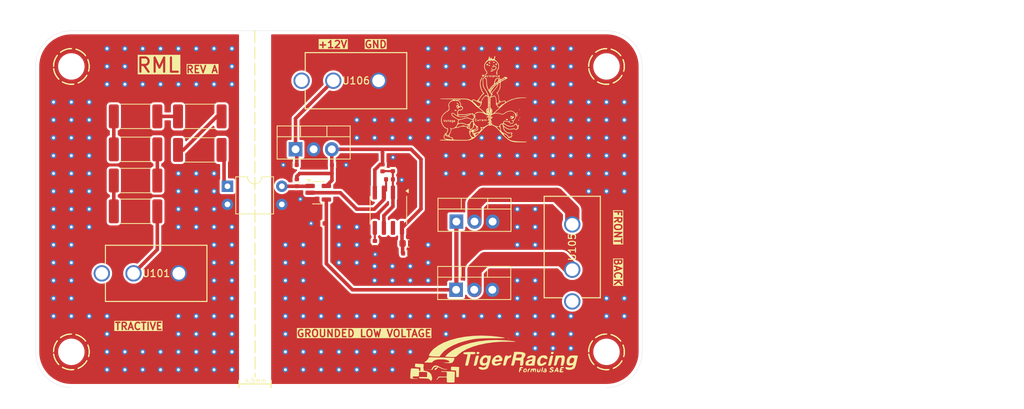
<source format=kicad_pcb>
(kicad_pcb (version 20241229) (generator "pcbnew") (generator_version "9.0")
  (layers (0 "F.Cu" signal) (4 "In1.Cu" signal) (6 "In2.Cu" signal) (2 "B.Cu" signal) (13 "F.Paste" user) (15 "B.Paste" user) (5 "F.SilkS" user "F.Silkscreen") (7 "B.SilkS" user "B.Silkscreen") (1 "F.Mask" user) (3 "B.Mask" user) (25 "Edge.Cuts" user))
  (net 0 "")
  (net 1 "Net-(U102-CV)")
  (net 2 "+12V")
  (net 3 "GND")
  (net 4 "+5V")
  (net 5 "Net-(Q101-D)")
  (net 6 "/THRESH")
  (net 7 "/DRIVE")
  (net 8 "352.8V")
  (net 9 "Net-(Q102-D)")
  (net 10 "Net-(R101-Pad1)")
  (net 11 "Net-(R102-Pad1)")
  (net 12 "Net-(R103-Pad1)")
  (net 13 "Net-(R104-Pad1)")
  (net 14 "CLOCK")
  (net 15 "12.5 mA")
  (net 16 "GNDPWR")
  (net 17 "Net-(R106-Pad1)")
  (net 18 "Net-(R109-Pad2)")
  (footprint "Package_TO_SOT_THT:TO-220-3_Vertical" (layer "F.Cu") (at 113.96 61.745)
    (property "Reference" "Q102" (hide yes))
    (property "Value" "Q_NMOS_GDS")
    (pad "1" thru_hole rect (at 0 0) (size 1.905 2) (drill 1.1) (layers "*.Cu" "*.Mask") (net 7 "/DRIVE"))
    (pad "2" thru_hole oval (at 2.54 0) (size 1.905 2) (drill 1.1) (layers "*.Cu" "*.Mask") (net 9 "Net-(Q102-D)"))
    (pad "3" thru_hole oval (at 5.08 0) (size 1.905 2) (drill 1.1) (layers "*.Cu" "*.Mask") (net 3 "GND"))
  )
  (footprint "MountingHole:MountingHole_3.2mm_M3" (layer "F.Cu") (at 60 80)
    (property "Reference" "H103" (hide yes))
    (property "Value" "MountingHole")
    (pad "" np_thru_hole circle (at 0 0) (size 3.2 3.2) (drill 3.2) (layers "*.Cu" "*.Mask"))
  )
  (footprint "Capacitor_SMD:C_0402_1005Metric" (layer "F.Cu") (at 106.980992 66.2)
    (property "Reference" "C102" (hide yes))
    (property "Value" "0.1u")
    (pad "1" smd roundrect (at -0.48 0) (size 0.56 0.62) (layers "F.Cu" "F.Mask" "F.Paste") (net 4 "+5V"))
    (pad "2" smd roundrect (at 0.48 0) (size 0.56 0.62) (layers "F.Cu" "F.Mask" "F.Paste") (net 3 "GND"))
  )
  (footprint "Resistor_SMD:R_2512_6332Metric_Pad1.40x3.35mm_HandSolder" (layer "F.Cu") (at 69 47 180)
    (property "Reference" "R104" (hide yes))
    (property "Value" "4.7k")
    (pad "1" smd roundrect (at -3.05 0 180) (size 1.4 3.35) (layers "F.Cu" "F.Mask" "F.Paste") (roundrect_rratio 0.178571) (net 13 "Net-(R104-Pad1)"))
    (pad "2" smd roundrect (at 3.05 0 180) (size 1.4 3.35) (layers "F.Cu" "F.Mask" "F.Paste") (roundrect_rratio 0.178571) (net 12 "Net-(R103-Pad1)"))
  )
  (footprint "Package_DIP:DIP-4_W7.62mm" (layer "F.Cu") (at 81.878 56.795)
    (property "Reference" "U103" (hide yes))
    (property "Value" "SFH617A-1")
    (pad "1" thru_hole rect (at 0 0) (size 1.6 1.6) (drill 0.8) (layers "*.Cu" "*.Mask") (net 15 "12.5 mA"))
    (pad "2" thru_hole oval (at 0 2.54) (size 1.6 1.6) (drill 0.8) (layers "*.Cu" "*.Mask") (net 16 "GNDPWR"))
    (pad "3" thru_hole oval (at 7.62 2.54) (size 1.6 1.6) (drill 0.8) (layers "*.Cu" "*.Mask") (net 3 "GND"))
    (pad "4" thru_hole oval (at 7.62 0) (size 1.6 1.6) (drill 0.8) (layers "*.Cu" "*.Mask") (net 18 "Net-(R109-Pad2)"))
  )
  (footprint "MountingHole:MountingHole_3.2mm_M3" (layer "F.Cu") (at 60 40)
    (property "Reference" "H104" (hide yes))
    (property "Value" "MountingHole")
    (pad "" np_thru_hole circle (at 0 0) (size 3.2 3.2) (drill 3.2) (layers "*.Cu" "*.Mask"))
  )
  (footprint "CONNECTOR:641964-1_TYC" (layer "F.Cu") (at 68.714 69)
    (property "Reference" "U101" (at 3.175 0 0) (layer "F.SilkS"))
    (property "Value" "641964-1")
    (pad "1" thru_hole circle (at 0 0) (size 2.286 2.286) (drill 1.778) (layers "*.Cu" "*.Mask") (net 8 "352.8V"))
    (pad "2" thru_hole circle (at 6.35 0) (size 2.286 2.286) (drill 1.778) (layers "*.Cu" "*.Mask") (net 16 "GNDPWR"))
    (pad "3" thru_hole circle (at -4.445 0) (size 2.286 2.286) (drill 1.778) (layers "*.Cu" "*.Mask"))
  )
  (footprint "LOGO" (layer "F.Cu") (at 119.2 81.1)
    (property "Reference" "G***" (hide yes))
    (property "Value" "LOGO" (hide yes))
  )
  (footprint "Capacitor_SMD:C_0402_1005Metric" (layer "F.Cu") (at 104.585 55.82586)
    (property "Reference" "R105" (hide yes))
    (property "Value" "15k")
    (pad "1" smd roundrect (at -0.48 0) (size 0.56 0.62) (layers "F.Cu" "F.Mask" "F.Paste") (net 14 "CLOCK"))
    (pad "2" smd roundrect (at 0.48 0) (size 0.56 0.62) (layers "F.Cu" "F.Mask" "F.Paste") (net 6 "/THRESH"))
  )
  (footprint "Capacitor_SMD:C_0402_1005Metric" (layer "F.Cu") (at 102.54 64.94086 -90)
    (property "Reference" "C103" (hide yes))
    (property "Value" "0.01u")
    (pad "1" smd roundrect (at -0.48 0 270) (size 0.56 0.62) (layers "F.Cu" "F.Mask" "F.Paste") (net 1 "Net-(U102-CV)"))
    (pad "2" smd roundrect (at 0.48 0 270) (size 0.56 0.62) (layers "F.Cu" "F.Mask" "F.Paste") (net 3 "GND"))
  )
  (footprint "LOGO" (layer "F.Cu") (at 111 82.5)
    (property "Reference" "G***" (hide yes))
    (property "Value" "LOGO" (hide yes))
  )
  (footprint "MountingHole:MountingHole_3.2mm_M3" (layer "F.Cu") (at 135 80)
    (property "Reference" "H101" (hide yes))
    (property "Value" "MountingHole")
    (pad "" np_thru_hole circle (at 0 0) (size 3.2 3.2) (drill 3.2) (layers "*.Cu" "*.Mask"))
  )
  (footprint "Resistor_SMD:R_2512_6332Metric_Pad1.40x3.35mm_HandSolder" (layer "F.Cu") (at 78 47 180)
    (property "Reference" "R106" (hide yes))
    (property "Value" "4.7k")
    (pad "1" smd roundrect (at -3.05 0 180) (size 1.4 3.35) (layers "F.Cu" "F.Mask" "F.Paste") (roundrect_rratio 0.178571) (net 17 "Net-(R106-Pad1)"))
    (pad "2" smd roundrect (at 3.05 0 180) (size 1.4 3.35) (layers "F.Cu" "F.Mask" "F.Paste") (roundrect_rratio 0.178571) (net 13 "Net-(R104-Pad1)"))
  )
  (footprint "LOGO" (layer "F.Cu") (at 117.5 44.5)
    (property "Reference" "G***" (hide yes))
    (property "Value" "LOGO" (hide yes))
  )
  (footprint "CONNECTOR:641964-1_TYC" (layer "F.Cu") (at 96.714 42)
    (property "Reference" "U106" (at 3.175 0 0) (layer "F.SilkS"))
    (property "Value" "641964-1")
    (pad "1" thru_hole circle (at 0 0) (size 2.286 2.286) (drill 1.778) (layers "*.Cu" "*.Mask") (net 2 "+12V"))
    (pad "2" thru_hole circle (at 6.35 0) (size 2.286 2.286) (drill 1.778) (layers "*.Cu" "*.Mask") (net 3 "GND"))
    (pad "3" thru_hole circle (at -4.445 0) (size 2.286 2.286) (drill 1.778) (layers "*.Cu" "*.Mask"))
  )
  (footprint "Capacitor_SMD:C_0402_1005Metric" (layer "F.Cu") (at 91.1 53.8 180)
    (property "Reference" "C105" (hide yes))
    (property "Value" "0.33u")
    (pad "1" smd roundrect (at -0.48 0 180) (size 0.56 0.62) (layers "F.Cu" "F.Mask" "F.Paste") (net 2 "+12V"))
    (pad "2" smd roundrect (at 0.48 0 180) (size 0.56 0.62) (layers "F.Cu" "F.Mask" "F.Paste") (net 3 "GND"))
  )
  (footprint "Resistor_SMD:R_2512_6332Metric_Pad1.40x3.35mm_HandSolder" (layer "F.Cu") (at 78 51.7 180)
    (property "Reference" "R108" (hide yes))
    (property "Value" "4.7k")
    (pad "1" smd roundrect (at -3.05 0 180) (size 1.4 3.35) (layers "F.Cu" "F.Mask" "F.Paste") (roundrect_rratio 0.178571) (net 15 "12.5 mA"))
    (pad "2" smd roundrect (at 3.05 0 180) (size 1.4 3.35) (layers "F.Cu" "F.Mask" "F.Paste") (roundrect_rratio 0.178571) (net 17 "Net-(R106-Pad1)"))
  )
  (footprint "Resistor_SMD:R_2512_6332Metric_Pad1.40x3.35mm_HandSolder" (layer "F.Cu") (at 69 55.988 180)
    (property "Reference" "R102" (hide yes))
    (property "Value" "4.7k")
    (pad "1" smd roundrect (at -3.05 0 180) (size 1.4 3.35) (layers "F.Cu" "F.Mask" "F.Paste") (roundrect_rratio 0.178571) (net 11 "Net-(R102-Pad1)"))
    (pad "2" smd roundrect (at 3.05 0 180) (size 1.4 3.35) (layers "F.Cu" "F.Mask" "F.Paste") (roundrect_rratio 0.178571) (net 10 "Net-(R101-Pad1)"))
  )
  (footprint "Capacitor_SMD:C_0402_1005Metric" (layer "F.Cu") (at 97 53.8)
    (property "Reference" "C106" (hide yes))
    (property "Value" "0.01u")
    (pad "1" smd roundrect (at -0.48 0) (size 0.56 0.62) (layers "F.Cu" "F.Mask" "F.Paste") (net 4 "+5V"))
    (pad "2" smd roundrect (at 0.48 0) (size 0.56 0.62) (layers "F.Cu" "F.Mask" "F.Paste") (net 3 "GND"))
  )
  (footprint "Capacitor_SMD:C_0603_1608Metric" (layer "F.Cu") (at 107.2 64.8)
    (property "Reference" "C101" (hide yes))
    (property "Value" "1u")
    (pad "1" smd roundrect (at -0.775 0) (size 0.9 0.95) (layers "F.Cu" "F.Mask" "F.Paste") (net 4 "+5V"))
    (pad "2" smd roundrect (at 0.775 0) (size 0.9 0.95) (layers "F.Cu" "F.Mask" "F.Paste") (net 3 "GND"))
  )
  (footprint "Capacitor_SMD:C_0402_1005Metric" (layer "F.Cu") (at 105.06 54.19586 -90)
    (property "Reference" "C104" (hide yes))
    (property "Value" "22u")
    (pad "1" smd roundrect (at -0.48 0 270) (size 0.56 0.62) (layers "F.Cu" "F.Mask" "F.Paste") (net 3 "GND"))
    (pad "2" smd roundrect (at 0.48 0 270) (size 0.56 0.62) (layers "F.Cu" "F.Mask" "F.Paste") (net 6 "/THRESH"))
  )
  (footprint "Capacitor_SMD:C_0402_1005Metric" (layer "F.Cu") (at 91.6 56.3 -90)
    (property "Reference" "R109" (hide yes))
    (property "Value" "10k")
    (pad "1" smd roundrect (at -0.48 0 270) (size 0.56 0.62) (layers "F.Cu" "F.Mask" "F.Paste") (net 4 "+5V"))
    (pad "2" smd roundrect (at 0.48 0 270) (size 0.56 0.62) (layers "F.Cu" "F.Mask" "F.Paste") (net 18 "Net-(R109-Pad2)"))
  )
  (footprint "Capacitor_SMD:C_0402_1005Metric" (layer "F.Cu") (at 103.61 54.22086 90)
    (property "Reference" "R107" (hide yes))
    (property "Value" "100k")
    (pad "1" smd roundrect (at -0.48 0 90) (size 0.56 0.62) (layers "F.Cu" "F.Mask" "F.Paste") (net 6 "/THRESH"))
    (pad "2" smd roundrect (at 0.48 0 90) (size 0.56 0.62) (layers "F.Cu" "F.Mask" "F.Paste") (net 4 "+5V"))
  )
  (footprint "Resistor_SMD:R_2512_6332Metric_Pad1.40x3.35mm_HandSolder" (layer "F.Cu") (at 69 51.621)
    (property "Reference" "R103" (hide yes))
    (property "Value" "4.7k")
    (pad "1" smd roundrect (at -3.05 0) (size 1.4 3.35) (layers "F.Cu" "F.Mask" "F.Paste") (roundrect_rratio 0.178571) (net 12 "Net-(R103-Pad1)"))
    (pad "2" smd roundrect (at 3.05 0) (size 1.4 3.35) (layers "F.Cu" "F.Mask" "F.Paste") (roundrect_rratio 0.178571) (net 11 "Net-(R102-Pad1)"))
  )
  (footprint "Capacitor_SMD:C_0402_1005Metric" (layer "F.Cu") (at 95 62)
    (property "Reference" "R110" (hide yes))
    (property "Value" "100k")
    (pad "1" smd roundrect (at -0.48 0) (size 0.56 0.62) (layers "F.Cu" "F.Mask" "F.Paste") (net 3 "GND"))
    (pad "2" smd roundrect (at 0.48 0) (size 0.56 0.62) (layers "F.Cu" "F.Mask" "F.Paste") (net 7 "/DRIVE"))
  )
  (footprint "Package_SO:SOIC-8_3.9x4.9mm_P1.27mm" (layer "F.Cu") (at 104.435 60.15086 -90)
    (property "Reference" "U102" (hide yes))
    (property "Value" "LM555xM")
    (pad "1" smd roundrect (at -2.475 -1.905 270) (size 1.95 0.6) (layers "F.Cu" "F.Mask" "F.Paste") (net 3 "GND"))
    (pad "2" smd roundrect (at -2.475 -0.635 270) (size 1.95 0.6) (layers "F.Cu" "F.Mask" "F.Paste") (net 6 "/THRESH"))
    (pad "3" smd roundrect (at -2.475 0.635 270) (size 1.95 0.6) (layers "F.Cu" "F.Mask" "F.Paste") (net 14 "CLOCK"))
    (pad "4" smd roundrect (at -2.475 1.905 270) (size 1.95 0.6) (layers "F.Cu" "F.Mask" "F.Paste") (net 4 "+5V"))
    (pad "5" smd roundrect (at 2.475 1.905 270) (size 1.95 0.6) (layers "F.Cu" "F.Mask" "F.Paste") (net 1 "Net-(U102-CV)"))
    (pad "6" smd roundrect (at 2.475 0.635 270) (size 1.95 0.6) (layers "F.Cu" "F.Mask" "F.Paste") (net 6 "/THRESH"))
    (pad "7" smd roundrect (at 2.475 -0.635 270) (size 1.95 0.6) (layers "F.Cu" "F.Mask" "F.Paste"))
    (pad "8" smd roundrect (at 2.475 -1.905 270) (size 1.95 0.6) (layers "F.Cu" "F.Mask" "F.Paste") (net 4 "+5V"))
  )
  (footprint "Resistor_SMD:R_2512_6332Metric_Pad1.40x3.35mm_HandSolder" (layer "F.Cu") (at 69 60.306)
    (property "Reference" "R101" (hide yes))
    (property "Value" "4.7k")
    (pad "1" smd roundrect (at -3.05 0) (size 1.4 3.35) (layers "F.Cu" "F.Mask" "F.Paste") (roundrect_rratio 0.178571) (net 10 "Net-(R101-Pad1)"))
    (pad "2" smd roundrect (at 3.05 0) (size 1.4 3.35) (layers "F.Cu" "F.Mask" "F.Paste") (roundrect_rratio 0.178571) (net 8 "352.8V"))
  )
  (footprint "Package_TO_SOT_THT:TO-220-3_Vertical" (layer "F.Cu") (at 91.42 51.611)
    (property "Reference" "U107" (hide yes))
    (property "Value" "LM7805_TO220")
    (pad "1" thru_hole rect (at 0 0) (size 1.905 2) (drill 1.1) (layers "*.Cu" "*.Mask") (net 2 "+12V"))
    (pad "2" thru_hole oval (at 2.54 0) (size 1.905 2) (drill 1.1) (layers "*.Cu" "*.Mask") (net 3 "GND"))
    (pad "3" thru_hole oval (at 5.08 0) (size 1.905 2) (drill 1.1) (layers "*.Cu" "*.Mask") (net 4 "+5V"))
  )
  (footprint "Package_TO_SOT_THT:TO-220-3_Vertical" (layer "F.Cu") (at 113.92 71.3)
    (property "Reference" "Q101" (hide yes))
    (property "Value" "Q_NMOS_GDS")
    (pad "1" thru_hole rect (at 0 0) (size 1.905 2) (drill 1.1) (layers "*.Cu" "*.Mask") (net 7 "/DRIVE"))
    (pad "2" thru_hole oval (at 2.54 0) (size 1.905 2) (drill 1.1) (layers "*.Cu" "*.Mask") (net 5 "Net-(Q101-D)"))
    (pad "3" thru_hole oval (at 5.08 0) (size 1.905 2) (drill 1.1) (layers "*.Cu" "*.Mask") (net 3 "GND"))
  )
  (footprint "MountingHole:MountingHole_3.2mm_M3" (layer "F.Cu") (at 135 40)
    (property "Reference" "H102" (hide yes))
    (property "Value" "MountingHole")
    (pad "" np_thru_hole circle (at 0 0) (size 3.2 3.2) (drill 3.2) (layers "*.Cu" "*.Mask"))
  )
  (footprint "CONNECTOR:641964-1_TYC" (layer "F.Cu") (at 130.2 68.486 90)
    (property "Reference" "U105" (at 3.175 0 90) (layer "F.SilkS"))
    (property "Value" "641964-1")
    (pad "1" thru_hole circle (at 0 0 90) (size 2.286 2.286) (drill 1.778) (layers "*.Cu" "*.Mask") (net 5 "Net-(Q101-D)"))
    (pad "2" thru_hole circle (at 6.35 0 90) (size 2.286 2.286) (drill 1.778) (layers "*.Cu" "*.Mask") (net 9 "Net-(Q102-D)"))
    (pad "3" thru_hole circle (at -4.445 0 90) (size 2.286 2.286) (drill 1.778) (layers "*.Cu" "*.Mask"))
  )
  (footprint "Package_TO_SOT_SMD:SOT-23-5" (layer "F.Cu") (at 94.6 57.7)
    (property "Reference" "U104" (hide yes))
    (property "Value" "74AHC1G02")
    (pad "1" smd roundrect (at -1.1375 -0.95) (size 1.325 0.6) (layers "F.Cu" "F.Mask" "F.Paste") (net 18 "Net-(R109-Pad2)"))
    (pad "2" smd roundrect (at -1.1375 0) (size 1.325 0.6) (layers "F.Cu" "F.Mask" "F.Paste") (net 14 "CLOCK"))
    (pad "3" smd roundrect (at -1.1375 0.95) (size 1.325 0.6) (layers "F.Cu" "F.Mask" "F.Paste") (net 3 "GND"))
    (pad "4" smd roundrect (at 1.1375 0.95) (size 1.325 0.6) (layers "F.Cu" "F.Mask" "F.Paste") (net 7 "/DRIVE"))
    (pad "5" smd roundrect (at 1.1375 -0.95) (size 1.325 0.6) (layers "F.Cu" "F.Mask" "F.Paste") (net 4 "+5V"))
  )
  (gr_line (start 85.7 35) (end 85.75 83.5) (stroke (width 0.1524) (type dash)) (layer "F.SilkS"))
  (gr_circle (center 60 40) (end 57.5 40) (stroke (width 0.1524) (type dash)) (fill no) (layer "F.SilkS"))
  (gr_circle (center 135 80) (end 132.5 80) (stroke (width 0.1524) (type dash)) (fill no) (layer "F.SilkS"))
  (gr_line (start 83.5 84.5) (end 88 84.5) (stroke (width 0.1524)) (layer "F.SilkS"))
  (gr_line (start 88 85) (end 88 84) (stroke (width 0.1524)) (layer "F.SilkS"))
  (gr_circle (center 60 80) (end 57.5 80) (stroke (width 0.1524) (type dash)) (fill no) (layer "F.SilkS"))
  (gr_line (start 88 84.5) (end 88 85) (stroke (width 0.1524)) (layer "F.SilkS"))
  (gr_line (start 83.5 84) (end 83.5 85) (stroke (width 0.1524)) (layer "F.SilkS"))
  (gr_line (start 83.5 84.5) (end 83.5 84) (stroke (width 0.1524)) (layer "F.SilkS"))
  (gr_circle (center 135 40) (end 132.5 40) (stroke (width 0.1524) (type dash)) (fill no) (layer "F.SilkS"))
  (gr_arc (start 140 80) (mid 138.535534 83.535534) (end 135 85) (stroke (width 0.0381)) (layer "Edge.Cuts"))
  (gr_arc (start 135 35) (mid 138.535534 36.464466) (end 140 40) (stroke (width 0.0381)) (layer "Edge.Cuts"))
  (gr_line (start 140 40) (end 140 80) (stroke (width 0.0381)) (layer "Edge.Cuts"))
  (gr_arc (start 60 85) (mid 56.464466 83.535534) (end 55 80) (stroke (width 0.0381)) (layer "Edge.Cuts"))
  (gr_line (start 55 80) (end 55 40) (stroke (width 0.0381)) (layer "Edge.Cuts"))
  (gr_arc (start 55 40) (mid 56.464466 36.464466) (end 60 35) (stroke (width 0.0381)) (layer "Edge.Cuts"))
  (gr_line (start 60 35) (end 135 35) (stroke (width 0.0381)) (layer "Edge.Cuts"))
  (gr_text "4.5mm" (at 85.825 84.025 0) (layer "F.SilkS") (effects (font (size 0.6 0.6) (thickness 0.075))))
  (gr_text "TRACTIVE" (at 66 77 0) (layer "F.SilkS" knockout) (effects (font (size 1 1) (thickness 0.2) (bold yes)) (justify left bottom)))
  (gr_text "GROUNDED LOW VOLTAGE" (at 91.5 78 0) (layer "F.SilkS" knockout) (effects (font (size 1 1) (thickness 0.2) (bold yes)) (justify left bottom)))
  (gr_text "REV A" (at 76 41 0) (layer "F.SilkS" knockout) (effects (font (size 1 1) (thickness 0.2) (bold yes)) (justify left bottom)))
  (gr_text "FRONT" (at 136 60 270) (layer "F.SilkS" knockout) (effects (font (size 1 1) (thickness 0.2) (bold yes)) (justify left bottom)))
  (gr_text "+12V" (at 94.5 37.5 0) (layer "F.SilkS" knockout) (effects (font (size 1 1) (thickness 0.2) (bold yes)) (justify left bottom)))
  (gr_text "RML" (at 69 41 0) (layer "F.SilkS" knockout) (effects (font (size 2 2) (thickness 0.3)) (justify left bottom)))
  (gr_text "BACK\n" (at 136 66.75 270) (layer "F.SilkS" knockout) (effects (font (size 1 1) (thickness 0.2) (bold yes)) (justify left bottom)))
  (gr_text "GND" (at 101 37.5 0) (layer "F.SilkS" knockout) (effects (font (size 1 1) (thickness 0.2) (bold yes)) (justify left bottom)))
  (segment (start 102.54 64.33586) (end 102.54 64.46086) (width 0.3) (layer "F.Cu") (net 1))
  (segment (start 102.53 64.32586) (end 102.54 64.33586) (width 0.3) (layer "F.Cu") (net 1))
  (segment (start 102.53 62.62586) (end 102.53 64.32586) (width 0.3) (layer "F.Cu") (net 1))
  (segment (start 91.42 51.611) (end 91.6 51.791) (width 0.5) (layer "F.Cu") (net 2))
  (segment (start 91.6 53.78) (end 91.58 53.8) (width 0.5) (layer "F.Cu") (net 2))
  (segment (start 91.42 47.294) (end 91.42 51.611) (width 0.5) (layer "F.Cu") (net 2))
  (segment (start 91.6 51.791) (end 91.6 53.78) (width 0.5) (layer "F.Cu") (net 2))
  (segment (start 96.714 42) (end 91.42 47.294) (width 0.5) (layer "F.Cu") (net 2))
  (segment (start 106.34 55.94) (end 106.3 55.9) (width 0.6) (layer "F.Cu") (net 3))
  (segment (start 102.54 66.30486) (end 102.576 66.34086) (width 0.5) (layer "F.Cu") (net 3))
  (segment (start 92.15 58.65) (end 92.1 58.6) (width 0.5) (layer "F.Cu") (net 3))
  (segment (start 105.06 52.75686) (end 105.076 52.74086) (width 0.5) (layer "F.Cu") (net 3))
  (via (at 112.5 52.5) (size 0.8) (drill 0.4) (layers "F.Cu" "B.Cu") (net 3))
  (via (at 127.5 79.5) (size 0.8) (drill 0.4) (layers "F.Cu" "B.Cu") (net 3))
  (via (at 112.5 55) (size 0.8) (drill 0.4) (layers "F.Cu" "B.Cu") (net 3))
  (via (at 92.5 75) (size 0.8) (drill 0.4) (layers "F.Cu" "B.Cu") (net 3))
  (via (at 112.5 77.5) (size 0.8) (drill 0.4) (layers "F.Cu" "B.Cu") (net 3))
  (via (at 107.5 75) (size 0.8) (drill 0.4) (layers "F.Cu" "B.Cu") (net 3))
  (via (at 125 45) (size 0.8) (drill 0.4) (layers "F.Cu" "B.Cu") (net 3))
  (via (at 100 67.5) (size 0.8) (drill 0.4) (layers "F.Cu" "B.Cu") (net 3))
  (via (at 107.5 68) (size 0.8) (drill 0.4) (layers "F.Cu" "B.Cu") (net 3))
  (via (at 130 77.5) (size 0.8) (drill 0.4) (layers "F.Cu" "B.Cu") (net 3))
  (via (at 122.5 65) (size 0.8) (drill 0.4) (layers "F.Cu" "B.Cu") (net 3))
  (via (at 115 55) (size 0.8) (drill 0.4) (layers "F.Cu" "B.Cu") (net 3))
  (via (at 110 47.5) (size 0.8) (drill 0.4) (layers "F.Cu" "B.Cu") (net 3))
  (via (at 125 65) (size 0.8) (drill 0.4) (layers "F.Cu" "B.Cu") (net 3))
  (via (at 112.5 75) (size 0.8) (drill 0.4) (layers "F.Cu" "B.Cu") (net 3))
  (via (at 97.5 82.5) (size 0.8) (drill 0.4) (layers "F.Cu" "B.Cu") (net 3))
  (via (at 110 75) (size 0.8) (drill 0.4) (layers "F.Cu" "B.Cu") (net 3))
  (via (at 125 72.5) (size 0.8) (drill 0.4) (layers "F.Cu" "B.Cu") (net 3))
  (via (at 127.5 77.5) (size 0.8) (drill 0.4) (layers "F.Cu" "B.Cu") (net 3))
  (via (at 122.5 40) (size 0.8) (drill 0.4) (layers "F.Cu" "B.Cu") (net 3))
  (via (at 100 50) (size 0.8) (drill 0.4) (layers "F.Cu" "B.Cu") (net 3))
  (via (at 127.5 55) (size 0.8) (drill 0.4) (layers "F.Cu" "B.Cu") (net 3))
  (via (at 95 75) (size 0.8) (drill 0.4) (layers "F.Cu" "B.Cu") (net 3))
  (via (at 125 55) (size 0.8) (drill 0.4) (layers "F.Cu" "B.Cu") (net 3))
  (via (at 137.5 57.5) (size 0.8) (drill 0.4) (layers "F.Cu" "B.Cu") (net 3))
  (via (at 127.5 42.5) (size 0.8) (drill 0.4) (layers "F.Cu" "B.Cu") (net 3))
  (via (at 97.5 67.5) (size 0.8) (drill 0.4) (layers "F.Cu" "B.Cu") (net 3))
  (via (at 110 50) (size 0.8) (drill 0.4) (layers "F.Cu" "B.Cu") (net 3))
  (via (at 137.5 72.5) (size 0.8) (drill 0.4) (layers "F.Cu" "B.Cu") (net 3))
  (via (at 105 80) (size 0.8) (drill 0.4) (layers "F.Cu" "B.Cu") (net 3))
  (via (at 92.1 58.6) (size 0.7) (drill 0.3) (layers "F.Cu" "B.Cu") (net 3))
  (via (at 125 60) (size 0.8) (drill 0.4) (layers "F.Cu" "B.Cu") (net 3))
  (via (at 90 67.5) (size 0.8) (drill 0.4) (layers "F.Cu" "B.Cu") (net 3))
  (via (at 125 40) (size 0.8) (drill 0.4) (layers "F.Cu" "B.Cu") (net 3))
  (via (at 110 65) (size 0.8) (drill 0.4) (layers "F.Cu" "B.Cu") (net 3))
  (via (at 92.5 82.5) (size 0.8) (drill 0.4) (layers "F.Cu" "B.Cu") (net 3))
  (via (at 130 45) (size 0.8) (drill 0.4) (layers "F.Cu" "B.Cu") (net 3))
  (via (at 135 57.5) (size 0.8) (drill 0.4) (layers "F.Cu" "B.Cu") (net 3))
  (via (at 90 80) (size 0.8) (drill 0.4) (layers "F.Cu" "B.Cu") (net 3))
  (via (at 130 37.5) (size 0.8) (drill 0.4) (layers "F.Cu" "B.Cu") (net 3))
  (via (at 100 80) (size 0.8) (drill 0.4) (layers "F.Cu" "B.Cu") (net 3))
  (via (at 125 70) (size 0.8) (drill 0.4) (layers "F.Cu" "B.Cu") (net 3))
  (via (at 120 55) (size 0.8) (drill 0.4) (layers "F.Cu" "B.Cu") (net 3))
  (via (at 122.5 37.5) (size 0.8) (drill 0.4) (layers "F.Cu" "B.Cu") (net 3))
  (via (at 97.5 62.5) (size 0.8) (drill 0.4) (layers "F.Cu" "B.Cu") (net 3))
  (via (at 130 47.5) (size 0.8) (drill 0.4) (layers "F.Cu" "B.Cu") (net 3))
  (via (at 110 40) (size 0.8) (drill 0.4) (layers "F.Cu" "B.Cu") (net 3))
  (via (at 127.5 50) (size 0.8) (drill 0.4) (layers "F.Cu" "B.Cu") (net 3))
  (via (at 120 75) (size 0.8) (drill 0.4) (layers "F.Cu" "B.Cu") (net 3))
  (via (at 127.5 37.5) (size 0.8) (drill 0.4) (layers "F.Cu" "B.Cu") (net 3))
  (via (at 102.5 82.5) (size 0.8) (drill 0.4) (layers "F.Cu" "B.Cu") (net 3))
  (via (at 122.5 55) (size 0.8) (drill 0.4) (layers "F.Cu" "B.Cu") (net 3))
  (via (at 102.5 50) (size 0.8) (drill 0.4) (layers "F.Cu" "B.Cu") (net 3))
  (via (at 130 79.5) (size 0.8) (drill 0.4) (layers "F.Cu" "B.Cu") (net 3))
  (via (at 127.5 47.5) (size 0.8) (drill 0.4) (layers "F.Cu" "B.Cu") (net 3))
  (via (at 117.5 50) (size 0.8) (drill 0.4) (layers "F.Cu" "B.Cu") (net 3))
  (via (at 90 77.5) (size 0.8) (drill 0.4) (layers "F.Cu" "B.Cu") (net 3))
  (via (at 102.5 68) (size 0.8) (drill 0.4) (layers "F.Cu" "B.Cu") (net 3))
  (via (at 92.5 72.5) (size 0.8) (drill 0.4) (layers "F.Cu" "B.Cu") (net 3))
  (via (at 102.5 75) (size 0.8) (drill 0.4) (layers "F.Cu" "B.Cu") (net 3))
  (via (at 137.5 50) (size 0.8) (drill 0.4) (layers "F.Cu" "B.Cu") (net 3))
  (via (at 100 62.5) (size 0.8) (drill 0.4) (layers "F.Cu" "B.Cu") (net 3))
  (via (at 110 45) (size 0.8) (drill 0.4) (layers "F.Cu" "B.Cu") (net 3))
  (via (at 125 77.5) (size 0.8) (drill 0.4) (layers "F.Cu" "B.Cu") (net 3))
  (via (at 122.5 52.5) (size 0.8) (drill 0.4) (layers "F.Cu" "B.Cu") (net 3))
  (via (at 92.5 80) (size 0.8) (drill 0.4) (layers "F.Cu" "B.Cu") (net 3))
  (via (at 102.5 47.5) (size 0.8) (drill 0.4) (layers "F.Cu" "B.Cu") (net 3))
  (via (at 125 47.5) (size 0.8) (drill 0.4) (layers "F.Cu" "B.Cu") (net 3))
  (via (at 137.5 47.5) (size 0.8) (drill 0.4) (layers "F.Cu" "B.Cu") (net 3))
  (via (at 115 75) (size 0.8) (drill 0.4) (layers "F.Cu" "B.Cu") (net 3))
  (via (at 110 67.5) (size 0.8) (drill 0.4) (layers "F.Cu" "B.Cu") (net 3))
  (via (at 102.5 70) (size 0.8) (drill 0.4) (layers "F.Cu" "B.Cu") (net 3))
  (via (at 132.5 50) (size 0.8) (drill 0.4) (layers "F.Cu" "B.Cu") (net 3))
  (via (at 137.5 75) (size 0.8) (drill 0.4) (layers "F.Cu" "B.Cu") (net 3))
  (via (at 132.5 55) (size 0.8) (drill 0.4) (layers "F.Cu" "B.Cu") (net 3))
  (via (at 122.5 60) (size 0.8) (drill 0.4) (layers "F.Cu" "B.Cu") (net 3))
  (via (at 135 45) (size 0.8) (drill 0.4) (layers "F.Cu" "B.Cu") (net 3))
  (via (at 125 62.5) (size 0.8) (drill 0.4) (layers "F.Cu" "B.Cu") (net 3))
  (via (at 130 50) (size 0.8) (drill 0.4) (layers "F.Cu" "B.Cu") (net 3))
  (via (at 125 37.5) (size 0.8) (drill 0.4) (layers "F.Cu" "B.Cu") (net 3))
  (via (at 122.5 75) (size 0.8) (drill 0.4) (layers "F.Cu" "B.Cu") (net 3))
  (via (at 105 75) (size 0.8) (drill 0.4) (layers "F.Cu" "B.Cu") (net 3))
  (via (at 102.5 80) (size 0.8) (drill 0.4) (layers "F.Cu" "B.Cu") (net 3))
  (via (at 127.5 52.5) (size 0.8) (drill 0.4) (layers "F.Cu" "B.Cu") (net 3))
  (via (at 92.5 65) (size 0.8) (drill 0.4) (layers "F.Cu" "B.Cu") (net 3))
  (via (at 132.5 47.5) (size 0.8) (drill 0.4) (layers "F.Cu" "B.Cu") (net 3))
  (via (at 135 47.5) (size 0.8) (drill 0.4) (layers "F.Cu" "B.Cu") (net 3))
  (via (at 92.5 70) (size 0.8) (drill 0.4) (layers "F.Cu" "B.Cu") (net 3))
  (via (at 97.5 75) (size 0.8) (drill 0.4) (layers "F.Cu" "B.Cu") (net 3))
  (via (at 130 75) (size 0.8) (drill 0.4) (layers "F.Cu" "B.Cu") (net 3))
  (via (at 122.5 62.5) (size 0.8) (drill 0.4) (layers "F.Cu" "B.Cu") (net 3))
  (via (at 117.5 55) (size 0.8) (drill 0.4) (layers "F.Cu" "B.Cu") (net 3))
  (via (at 112.5 37.5) (size 0.8) (drill 0.4) (layers "F.Cu" "B.Cu") (net 3))
  (via (at 105.076 52.74086) (size 0.7) (drill 0.3) (layers "F.Cu" "B.Cu") (net 3))
  (via (at 95 82.5) (size 0.8) (drill 0.4) (layers "F.Cu" "B.Cu") (net 3))
  (via (at 122.5 42.5) (size 0.8) (drill 0.4) (layers "F.Cu" "B.Cu") (net 3))
  (via (at 120 50) (size 0.8) (drill 0.4) (layers "F.Cu" "B.Cu") (net 3))
  (via (at 115 42.5) (size 0.8) (drill 0.4) (layers "F.Cu" "B.Cu") (net 3))
  (via (at 90 70) (size 0.8) (drill 0.4) (layers "F.Cu" "B.Cu") (net 3))
  (via (at 117.5 37.5) (size 0.8) (drill 0.4) (layers "F.Cu" "B.Cu") (net 3))
  (via (at 115 40) (size 0.8) (drill 0.4) (layers "F.Cu" "B.Cu") (net 3))
  (via (at 100 65) (size 0.8) (drill 0.4) (layers "F.Cu" "B.Cu") (net 3))
  (via (at 95 72.5) (size 0.8) (drill 0.4) (layers "F.Cu" "B.Cu") (net 3))
  (via (at 90 65) (size 0.8) (drill 0.4) (layers "F.Cu" "B.Cu") (net 3))
  (via (at 132.5 52.5) (size 0.8) (drill 0.4) (layers "F.Cu" "B.Cu") (net 3))
  (via (at 127.5 75) (size 0.8) (drill 0.4) (layers "F.Cu" "B.Cu") (net 3))
  (via (at 102.576 66.34086) (size 0.7) (drill 0.3) (layers "F.Cu" "B.Cu") (net 3))
  (via (at 122.5 77.5) (size 0.8) (drill 0.4) (layers "F.Cu" "B.Cu") (net 3))
  (via (at 130 52.5) (size 0.8) (drill 0.4) (layers "F.Cu" "B.Cu") (net 3))
  (via (at 130 55) (size 0.8) (drill 0.4) (layers "F.Cu" "B.Cu") (net 3))
  (via (at 97.5 80) (size 0.8) (drill 0.4) (layers "F.Cu" "B.Cu") (net 3))
  (via (at 106.3 55.9) (size 0.7) (drill 0.3) (layers "F.Cu" "B.Cu") (net 3))
  (via (at 100 47.5) (size 0.8) (drill 0.4) (layers "F.Cu" "B.Cu") (net 3))
  (via (at 107.5 70) (size 0.8) (drill 0.4) (layers "F.Cu" "B.Cu") (net 3))
  (via (at 137.5 45) (size 0.8) (drill 0.4) (layers "F.Cu" "B.Cu") (net 3))
  (via (at 105 50) (size 0.8) (drill 0.4) (layers "F.Cu" "B.Cu") (net 3))
  (via (at 98.5 53.8) (size 0.7) (drill 0.3) (layers "F.Cu" "B.Cu") (net 3))
  (via (at 135 50) (size 0.8) (drill 0.4) (layers "F.Cu" "B.Cu") (net 3))
  (via (at 105 47.5) (size 0.8) (drill 0.4) (layers "F.Cu" "B.Cu") (net 3))
  (via (at 95 80) (size 0.8) (drill 0.4) (layers "F.Cu" "B.Cu") (net 3))
  (via (at 107.5 50) (size 0.8) (drill 0.4) (layers "F.Cu" "B.Cu") (net 3))
  (via (at 110 70) (size 0.8) (drill 0.4) (layers "F.Cu" "B.Cu") (net 3))
  (via (at 135 52.5) (size 0.8) (drill 0.4) (layers "F.Cu" "B.Cu") (net 3))
  (via (at 125 50) (size 0.8) (drill 0.4) (layers "F.Cu" "B.Cu") (net 3))
  (via (at 107.5 80) (size 0.8) (drill 0.4) (layers "F.Cu" "B.Cu") (net 3))
  (via (at 100 82.5) (size 0.8) (drill 0.4) (layers "F.Cu" "B.Cu") (net 3))
  (via (at 135 72.5) (size 0.8) (drill 0.4) (layers "F.Cu" "B.Cu") (net 3))
  (via (at 117.5 75) (size 0.8) (drill 0.4) (layers "F.Cu" "B.Cu") (net 3))
  (via (at 117.5 52.5) (size 0.8) (drill 0.4) (layers "F.Cu" "B.Cu") (net 3))
  (via (at 125 79.5) (size 0.8) (drill 0.4) (layers "F.Cu" "B.Cu") (net 3))
  (via (at 122.5 70) (size 0.8) (drill 0.4) (layers "F.Cu" "B.Cu") (net 3))
  (via (at 115 37.5) (size 0.8) (drill 0.4) (layers "F.Cu" "B.Cu") (net 3))
  (via (at 137.5 55) (size 0.8) (drill 0.4) (layers "F.Cu" "B.Cu") (net 3))
  (via (at 120 37.5) (size 0.8) (drill 0.4) (layers "F.Cu" "B.Cu") (net 3))
  (via (at 97.5 65) (size 0.8) (drill 0.4) (layers "F.Cu" "B.Cu") (net 3))
  (via (at 89.7 53.8) (size 0.7) (drill 0.3) (layers "F.Cu" "B.Cu") (net 3))
  (via (at 120 52.5) (size 0.8) (drill 0.4) (layers "F.Cu" "B.Cu") (net 3))
  (via (at 105 70) (size 0.8) (drill 0.4) (layers "F.Cu" "B.Cu") (net 3))
  (via (at 112.5 42.5) (size 0.8) (drill 0.4) (layers "F.Cu" "B.Cu") (net 3))
  (via (at 125 75) (size 0.8) (drill 0.4) (layers "F.Cu" "B.Cu") (net 3))
  (via (at 110 37.5) (size 0.8) (drill 0.4) (layers "F.Cu" "B.Cu") (net 3))
  (via (at 115 52.5) (size 0.8) (drill 0.4) (layers "F.Cu" "B.Cu") (net 3))
  (via (at 110 42.5) (size 0.8) (drill 0.4) (layers "F.Cu" "B.Cu") (net 3))
  (via (at 112.5 40) (size 0.8) (drill 0.4) (layers "F.Cu" "B.Cu") (net 3))
  (via (at 135 75) (size 0.8) (drill 0.4) (layers "F.Cu" "B.Cu") (net 3))
  (via (at 105 82.5) (size 0.8) (drill 0.4) (layers "F.Cu" "B.Cu") (net 3))
  (via (at 130 42.5) (size 0.8) (drill 0.4) (layers "F.Cu" "B.Cu") (net 3))
  (via (at 90 75) (size 0.8) (drill 0.4) (layers "F.Cu" "B.Cu") (net 3))
  (via (at 105 68) (size 0.8) (drill 0.4) (layers "F.Cu" "B.Cu") (net 3))
  (via (at 107.5 47.5) (size 0.8) (drill 0.4) (layers "F.Cu" "B.Cu") (net 3))
  (via (at 122.5 72.5) (size 0.8) (drill 0.4) (layers "F.Cu" "B.Cu") (net 3))
  (via (at 90 82.5) (size 0.8) (drill 0.4) (layers "F.Cu" "B.Cu") (net 3))
  (via (at 135 55) (size 0.8) (drill 0.4) (layers "F.Cu" "B.Cu") (net 3))
  (via (at 93.6 62) (size 0.7) (drill 0.3) (layers "F.Cu" "B.Cu") (net 3))
  (via (at 137.5 52.5) (size 0.8) (drill 0.4) (layers "F.Cu" "B.Cu") (net 3))
  (via (at 92.5 67.5) (size 0.8) (drill 0.4) (layers "F.Cu" "B.Cu") (net 3))
  (via (at 132.5 45) (size 0.8) (drill 0.4) (layers "F.Cu" "B.Cu") (net 3))
  (via (at 127.5 45) (size 0.8) (drill 0.4) (layers "F.Cu" "B.Cu") (net 3))
  (via (at 127.5 40) (size 0.8) (drill 0.4) (layers "F.Cu" "B.Cu") (net 3))
  (via (at 130 40) (size 0.8) (drill 0.4) (layers "F.Cu" "B.Cu") (net 3))
  (via (at 90 72.5) (size 0.8) (drill 0.4) (layers "F.Cu" "B.Cu") (net 3))
  (via (at 125 52.5) (size 0.8) (drill 0.4) (layers "F.Cu" "B.Cu") (net 3))
  (via (at 100 75) (size 0.8) (drill 0.4) (layers "F.Cu" "B.Cu") (net 3))
  (via (at 125 42.5) (size 0.8) (drill 0.4) (layers "F.Cu" "B.Cu") (net 3))
  (via (at 132.5 57.5) (size 0.8) (drill 0.4) (layers "F.Cu" "B.Cu") (net 3))
  (segment (start 109 59.96586) (end 106.34 62.62586) (width 0.5) (layer "F.Cu") (net 4))
  (segment (start 106.34 64.715) (end 106.425 64.8) (width 0.5) (layer "F.Cu") (net 4))
  (segment (start 96.52 55) (end 96.52 55.9675) (width 0.5) (layer "F.Cu") (net 4))
  (segment (start 96.5 53.826) (end 96.56 53.886) (width 0.5) (layer "F.Cu") (net 4))
  (segment (start 103.6 51.611) (end 103.6 52.1) (width 0.5) (layer "F.Cu") (net 4))
  (segment (start 107.611 51.611) (end 103.6 51.611) (width 0.5) (layer "F.Cu") (net 4))
  (segment (start 103.6 52.1) (end 103.61 52.11) (width 0.5) (layer "F.Cu") (net 4))
  (segment (start 106.34 62.06676) (end 106.34 62.62586) (width 0.5) (layer "F.Cu") (net 4))
  (segment (start 109 53) (end 107.611 51.611) (width 0.5) (layer "F.Cu") (net 4))
  (segment (start 96.5 51.611) (end 96.5 53.826) (width 0.5) (layer "F.Cu") (net 4))
  (segment (start 106.34 62.62586) (end 106.34 64.715) (width 0.5) (layer "F.Cu") (net 4))
  (segment (start 103.6 51.611) (end 96.5 51.611) (width 0.5) (layer "F.Cu") (net 4))
  (segment (start 106.425 66.124008) (end 106.500992 66.2) (width 0.5) (layer "F.Cu") (net 4))
  (segment (start 102.53 54.48) (end 103.26914 53.74086) (width 0.5) (layer "F.Cu") (net 4))
  (segment (start 102.566 57.63986) (end 102.53 57.67586) (width 0.5) (layer "F.Cu") (net 4))
  (segment (start 102.53 57.67586) (end 102.53 54.48) (width 0.5) (layer "F.Cu") (net 4))
  (segment (start 91.6 55.4) (end 91.6 55.82) (width 0.5) (layer "F.Cu") (net 4))
  (segment (start 102.53 57.67586) (end 102.53 58.25676) (width 0.5) (layer "F.Cu") (net 4))
  (segment (start 96.52 53.8) (end 96.52 55) (width 0.5) (layer "F.Cu") (net 4))
  (segment (start 96.52 55.9675) (end 95.7375 56.75) (width 0.5) (layer "F.Cu") (net 4))
  (segment (start 96.52 55) (end 92 55) (width 0.5) (layer "F.Cu") (net 4))
  (segment (start 106.425 64.8) (end 106.425 66.124008) (width 0.5) (layer "F.Cu") (net 4))
  (segment (start 103.26914 53.74086) (end 103.61 53.74086) (width 0.5) (layer "F.Cu") (net 4))
  (segment (start 109 53) (end 109 59.96586) (width 0.5) (layer "F.Cu") (net 4))
  (segment (start 103.61 52.11) (end 103.61 53.74086) (width 0.5) (layer "F.Cu") (net 4))
  (segment (start 92 55) (end 91.6 55.4) (width 0.5) (layer "F.Cu") (net 4))
  (segment (start 91.58 55.8) (end 91.6 55.82) (width 0.5) (layer "F.Cu") (net 4))
  (segment (start 97.354548 51.611) (end 96.5 51.611) (width 0.5) (layer "B.Cu") (net 4))
  (segment (start 128.714 67) (end 130.2 68.486) (width 2) (layer "F.Cu") (net 5))
  (segment (start 118 67) (end 128.714 67) (width 2) (layer "F.Cu") (net 5))
  (segment (start 116.5 71.345) (end 116.5 68.5) (width 2) (layer "F.Cu") (net 5))
  (segment (start 116.5 68.5) (end 118 67) (width 2) (layer "F.Cu") (net 5))
  (segment (start 103.635 54.67586) (end 103.61 54.70086) (width 0.3) (layer "F.Cu") (net 6))
  (segment (start 103.8 60.9) (end 103.8 62.62586) (width 0.5) (layer "F.Cu") (net 6))
  (segment (start 105.07 59.63) (end 103.8 60.9) (width 0.5) (layer "F.Cu") (net 6))
  (segment (start 105.07 57.67586) (end 105.07 59.63) (width 0.5) (layer "F.Cu") (net 6))
  (segment (start 105.06 54.67586) (end 103.635 54.67586) (width 0.3) (layer "F.Cu") (net 6))
  (segment (start 105.06 54.67586) (end 105.06 57.66586) (width 0.3) (layer "F.Cu") (net 6))
  (segment (start 103.79 62.61586) (end 103.8 62.62586) (width 0.3) (layer "F.Cu") (net 6))
  (segment (start 105.06 57.66586) (end 105.07 57.67586) (width 0.3) (layer "F.Cu") (net 6))
  (segment (start 95.7375 67.6375) (end 95.7375 58.65) (width 0.5) (layer "F.Cu") (net 7))
  (segment (start 113.92 71.3) (end 99.4 71.3) (width 0.5) (layer "F.Cu") (net 7))
  (segment (start 99.4 71.3) (end 95.7375 67.6375) (width 0.5) (layer "F.Cu") (net 7))
  (segment (start 113.96 61.745) (end 113.96 71.345) (width 0.6) (layer "F.Cu") (net 7))
  (segment (start 72.05 60.306) (end 72.05 65.664) (width 0.5) (layer "F.Cu") (net 8))
  (segment (start 72.05 65.664) (end 68.714 69) (width 0.5) (layer "F.Cu") (net 8))
  (segment (start 116.5 59.255) (end 117.755 58) (width 2) (layer "F.Cu") (net 9))
  (segment (start 128 58) (end 130.2 60.2) (width 2) (layer "F.Cu") (net 9))
  (segment (start 130.2 60.2) (end 130.2 62.136) (width 2) (layer "F.Cu") (net 9))
  (segment (start 117.755 58) (end 128 58) (width 2) (layer "F.Cu") (net 9))
  (segment (start 116.5 61.745) (end 116.5 59.255) (width 2) (layer "F.Cu") (net 9))
  (segment (start 65.95 60.306) (end 65.95 55.988) (width 0.5) (layer "F.Cu") (net 10))
  (segment (start 72.05 55.988) (end 72.05 51.621) (width 0.5) (layer "F.Cu") (net 11))
  (segment (start 65.95 51.621) (end 65.95 47) (width 0.5) (layer "F.Cu") (net 12))
  (segment (start 72.05 47) (end 74.95 47) (width 0.5) (layer "F.Cu") (net 13))
  (segment (start 104.105 55.82586) (end 104.105 57.37086) (width 0.3) (layer "F.Cu") (net 14))
  (segment (start 100 60) (end 102.450859 60) (width 0.5) (layer "F.Cu") (net 14))
  (segment (start 93.4625 57.7) (end 97.7 57.7) (width 0.5) (layer "F.Cu") (net 14))
  (segment (start 97.7 57.7) (end 100 60) (width 0.5) (layer "F.Cu") (net 14))
  (segment (start 104.105 57.37086) (end 103.8 57.67586) (width 0.3) (layer "F.Cu") (net 14))
  (segment (start 102.450859 60) (end 103.8 58.650859) (width 0.5) (layer "F.Cu") (net 14))
  (segment (start 103.8 58.650859) (end 103.8 57.67586) (width 0.5) (layer "F.Cu") (net 14))
  (segment (start 81.4 52.05) (end 81.4 56.317) (width 0.5) (layer "F.Cu") (net 15))
  (segment (start 81.05 51.7) (end 81.4 52.05) (width 0.5) (layer "F.Cu") (net 15))
  (segment (start 81.4 56.317) (end 81.878 56.795) (width 0.5) (layer "F.Cu") (net 15))
  (via (at 57.5 45) (size 0.8) (drill 0.4) (layers "F.Cu" "B.Cu") (net 16))
  (via (at 57.5 75) (size 0.8) (drill 0.4) (layers "F.Cu" "B.Cu") (net 16))
  (via (at 80 55) (size 0.8) (drill 0.4) (layers "F.Cu" "B.Cu") (net 16))
  (via (at 62.5 52.5) (size 0.8) (drill 0.4) (layers "F.Cu" "B.Cu") (net 16))
  (via (at 80 65) (size 0.8) (drill 0.4) (layers "F.Cu" "B.Cu") (net 16))
  (via (at 75 60) (size 0.8) (drill 0.4) (layers "F.Cu" "B.Cu") (net 16))
  (via (at 82.5 42.5) (size 0.8) (drill 0.4) (layers "F.Cu" "B.Cu") (net 16))
  (via (at 57.5 47.5) (size 0.8) (drill 0.4) (layers "F.Cu" "B.Cu") (net 16))
  (via (at 77.5 57.5) (size 0.8) (drill 0.4) (layers "F.Cu" "B.Cu") (net 16))
  (via (at 60 75) (size 0.8) (drill 0.4) (layers "F.Cu" "B.Cu") (net 16))
  (via (at 57.5 62.5) (size 0.8) (drill 0.4) (layers "F.Cu" "B.Cu") (net 16))
  (via (at 80 82.5) (size 0.8) (drill 0.4) (layers "F.Cu" "B.Cu") (net 16))
  (via (at 65 82.5) (size 0.8) (drill 0.4) (layers "F.Cu" "B.Cu") (net 16))
  (via (at 80 67.5) (size 0.8) (drill 0.4) (layers "F.Cu" "B.Cu") (net 16))
  (via (at 62.5 60) (size 0.8) (drill 0.4) (layers "F.Cu" "B.Cu") (net 16))
  (via (at 77.506701 42.50382) (size 0.8) (drill 0.4) (layers "F.Cu" "B.Cu") (net 16))
  (via (at 67.5 37.5) (size 0.8) (drill 0.4) (layers "F.Cu" "B.Cu") (net 16))
  (via (at 60 62.5) (size 0.8) (drill 0.4) (layers "F.Cu" "B.Cu") (net 16))
  (via (at 57.5 65) (size 0.8) (drill 0.4) (layers "F.Cu" "B.Cu") (net 16))
  (via (at 82.5 80) (size 0.8) (drill 0.4) (layers "F.Cu" "B.Cu") (net 16))
  (via (at 75 62.5) (size 0.8) (drill 0.4) (layers "F.Cu" "B.Cu") (net 16))
  (via (at 60 47.5) (size 0.8) (drill 0.4) (layers "F.Cu" "B.Cu") (net 16))
  (via (at 57.5 72.5) (size 0.8) (drill 0.4) (layers "F.Cu" "B.Cu") (net 16))
  (via (at 65 77.5) (size 0.8) (drill 0.4) (layers "F.Cu" "B.Cu") (net 16))
  (via (at 80 70) (size 0.8) (drill 0.4) (layers "F.Cu" "B.Cu") (net 16))
  (via (at 82.5 77.5) (size 0.8) (drill 0.4) (layers "F.Cu" "B.Cu") (net 16))
  (via (at 60 60) (size 0.8) (drill 0.4) (layers "F.Cu" "B.Cu") (net 16))
  (via (at 67.5 80) (size 0.8) (drill 0.4) (layers "F.Cu" "B.Cu") (net 16))
  (via (at 75 55) (size 0.8) (drill 0.4) (layers "F.Cu" "B.Cu") (net 16))
  (via (at 57.5 57.5) (size 0.8) (drill 0.4) (layers "F.Cu" "B.Cu") (net 16))
  (via (at 62.5 57.5) (size 0.8) (drill 0.4) (layers "F.Cu" "B.Cu") (net 16))
  (via (at 80 80) (size 0.8) (drill 0.4) (layers "F.Cu" "B.Cu") (net 16))
  (via (at 60 70) (size 0.8) (drill 0.4) (layers "F.Cu" "B.Cu") (net 16))
  (via (at 75.006701 42.50382) (size 0.8) (drill 0.4) (layers "F.Cu" "B.Cu") (net 16))
  (via (at 70 82.5) (size 0.8) (drill 0.4) (layers "F.Cu" "B.Cu") (net 16))
  (via (at 67.5 40) (size 0.8) (drill 0.4) (layers "F.Cu" "B.Cu") (net 16))
  (via (at 62.5 62.5) (size 0.8) (drill 0.4) (layers "F.Cu" "B.Cu") (net 16))
  (via (at 75 57.5) (size 0.8) (drill 0.4) (layers "F.Cu" "B.Cu") (net 16))
  (via (at 82.5 37.5) (size 0.8) (drill 0.4) (layers "F.Cu" "B.Cu") (net 16))
  (via (at 80 75) (size 0.8) (drill 0.4) (layers "F.Cu" "B.Cu") (net 16))
  (via (at 79.993299 37.49618) (size 0.8) (drill 0.4) (layers "F.Cu" "B.Cu") (net 16))
  (via (at 80 60) (size 0.8) (drill 0.4) (layers "F.Cu" "B.Cu") (net 16))
  (via (at 72.5 37.5) (size 0.8) (drill 0.4) (layers "F.Cu" "B.Cu") (net 16))
  (via (at 72.5 42.5) (size 0.8) (drill 0.4) (layers "F.Cu" "B.Cu") (net 16))
  (via (at 72.5 80) (size 0.8) (drill 0.4) (layers "F.Cu" "B.Cu") (net 16))
  (via (at 77.5 60) (size 0.8) (drill 0.4) (layers "F.Cu" "B.Cu") (net 16))
  (via (at 60 67.5) (size 0.8) (drill 0.4) (layers "F.Cu" "B.Cu") (net 16))
  (via (at 75 77.5) (size 0.8) (drill 0.4) (layers "F.Cu" "B.Cu") (net 16))
  (via (at 60 57.5) (size 0.8) (drill 0.4) (layers "F.Cu" "B.Cu") (net 16))
  (via (at 77.5 82.5) (size 0.8) (drill 0.4) (layers "F.Cu" "B.Cu") (net 16))
  (via (at 75 82.5) (size 0.8) (drill 0.4) (layers "F.Cu" "B.Cu") (net 16))
  (via (at 57.5 52.5) (size 0.8) (drill 0.4) (layers "F.Cu" "B.Cu") (net 16))
  (via (at 62.5 55) (size 0.8) (drill 0.4) (layers "F.Cu" "B.Cu") (net 16))
  (via (at 80 57.5) (size 0.8) (drill 0.4) (layers "F.Cu" "B.Cu") (net 16))
  (via (at 67.5 42.5) (size 0.8) (drill 0.4) (layers "F.Cu" "B.Cu") (net 16))
  (via (at 82.5 67.5) (size 0.8) (drill 0.4) (layers "F.Cu" "B.Cu") (net 16))
  (via (at 62.5 47.5) (size 0.8) (drill 0.4) (layers "F.Cu" "B.Cu") (net 16))
  (via (at 82.5 40) (size 0.8) (drill 0.4) (layers "F.Cu" "B.Cu") (net 16))
  (via (at 60 45) (size 0.8) (drill 0.4) (layers "F.Cu" "B.Cu") (net 16))
  (via (at 70 42.5) (size 0.8) (drill 0.4) (layers "F.Cu" "B.Cu") (net 16))
  (via (at 62.5 50) (size 0.8) (drill 0.4) (layers "F.Cu" "B.Cu") (net 16))
  (via (at 75 75) (size 0.8) (drill 0.4) (layers "F.Cu" "B.Cu") (net 16))
  (via (at 62.5 45) (size 0.8) (drill 0.4) (layers "F.Cu" "B.Cu") (net 16))
  (via (at 65 42.5) (size 0.8) (drill 0.4) (layers "F.Cu" "B.Cu") (net 16))
  (via (at 65 40) (size 0.8) (drill 0.4) (layers "F.Cu" "B.Cu") (net 16))
  (via (at 60 55) (size 0.8) (drill 0.4) (layers "F.Cu" "B.Cu") (net 16))
  (via (at 82.5 82.5) (size 0.8) (drill 0.4) (layers "F.Cu" "B.Cu") (net 16))
  (via (at 77.5 62.5) (size 0.8) (drill 0.4) (layers "F.Cu" "B.Cu") (net 16))
  (via (at 80 77.5) (size 0.8) (drill 0.4) (layers "F.Cu" "B.Cu") (net 16))
  (via (at 57.5 67.5) (size 0.8) (drill 0.4) (layers "F.Cu" "B.Cu") (net 16))
  (via (at 82.5 72.5) (size 0.8) (drill 0.4) (layers "F.Cu" "B.Cu") (net 16))
  (via (at 65 37.5) (size 0.8) (drill 0.4) (layers "F.Cu" "B.Cu") (net 16))
  (via (at 80 42.5) (size 0.8) (drill 0.4) (layers "F.Cu" "B.Cu") (net 16))
  (via (at 77.5 37.5) (size 0.8) (drill 0.4) (layers "F.Cu" "B.Cu") (net 16))
  (via (at 60 65) (size 0.8) (drill 0.4) (layers "F.Cu" "B.Cu") (net 16))
  (via (at 57.5 70) (size 0.8) (drill 0.4) (layers "F.Cu" "B.Cu") (net 16))
  (via (at 75 80) (size 0.8) (drill 0.4) (layers "F.Cu" "B.Cu") (net 16))
  (via (at 65 80) (size 0.8) (drill 0.4) (layers "F.Cu" "B.Cu") (net 16))
  (via (at 82.5 75) (size 0.8) (drill 0.4) (layers "F.Cu" "B.Cu") (net 16))
  (via (at 60 52.5) (size 0.8) (drill 0.4) (layers "F.Cu" "B.Cu") (net 16))
  (via (at 60 50) (size 0.8) (drill 0.4) (layers "F.Cu" "B.Cu") (net 16))
  (via (at 82.5 65) (size 0.8) (drill 0.4) (layers "F.Cu" "B.Cu") (net 16))
  (via (at 57.5 55) (size 0.8) (drill 0.4) (layers "F.Cu" "B.Cu") (net 16))
  (via (at 67.5 82.5) (size 0.8) (drill 0.4) (layers "F.Cu" "B.Cu") (net 16))
  (via (at 57.5 60) (size 0.8) (drill 0.4) (layers "F.Cu" "B.Cu") (net 16))
  (via (at 70 80) (size 0.8) (drill 0.4) (layers "F.Cu" "B.Cu") (net 16))
  (via (at 72.5 82.5) (size 0.8) (drill 0.4) (layers "F.Cu" "B.Cu") (net 16))
  (via (at 77.5 80) (size 0.8) (drill 0.4) (layers "F.Cu" "B.Cu") (net 16))
  (via (at 80 72.5) (size 0.8) (drill 0.4) (layers "F.Cu" "B.Cu") (net 16))
  (via (at 60 72.5) (size 0.8) (drill 0.4) (layers "F.Cu" "B.Cu") (net 16))
  (via (at 77.5 75) (size 0.8) (drill 0.4) (layers "F.Cu" "B.Cu") (net 16))
  (via (at 77.5 77.5) (size 0.8) (drill 0.4) (layers "F.Cu" "B.Cu") (net 16))
  (via (at 80 62.5) (size 0.8) (drill 0.4) (layers "F.Cu" "B.Cu") (net 16))
  (via (at 57.5 50) (size 0.8) (drill 0.4) (layers "F.Cu" "B.Cu") (net 16))
  (via (at 82.5 70) (size 0.8) (drill 0.4) (layers "F.Cu" "B.Cu") (net 16))
  (via (at 70 37.5) (size 0.8) (drill 0.4) (layers "F.Cu" "B.Cu") (net 16))
  (via (at 62.5 75) (size 0.8) (drill 0.4) (layers "F.Cu" "B.Cu") (net 16))
  (via (at 75 37.5) (size 0.8) (drill 0.4) (layers "F.Cu" "B.Cu") (net 16))
  (via (at 77.5 55) (size 0.8) (drill 0.4) (layers "F.Cu" "B.Cu") (net 16))
  (via (at 82.5 62.5) (size 0.8) (drill 0.4) (layers "F.Cu" "B.Cu") (net 16))
  (via (at 65 75) (size 0.8) (drill 0.4) (layers "F.Cu" "B.Cu") (net 16))
  (segment (start 81.05 47) (end 80.4 47) (width 0.5) (layer "F.Cu") (net 17))
  (segment (start 75.7 51.7) (end 74.95 51.7) (width 0.5) (layer "F.Cu") (net 17))
  (segment (start 80.4 47) (end 75.7 51.7) (width 0.5) (layer "F.Cu") (net 17))
  (segment (start 89.498 56.795) (end 93.4175 56.795) (width 0.5) (layer "F.Cu") (net 18))
  (segment (start 93.4175 56.795) (end 93.4625 56.75) (width 0.5) (layer "F.Cu") (net 18))
  (zone (net 3) (net_name "GND") (layer "F.Cu") (priority 2) (connect_pads yes (clearance 0)) (min_thickness 0.25) (fill yes (thermal_gap 0.5) (thermal_bridge_width 0.5))
    (polygon (pts (xy 88 54) (xy 88 31) (xy 142 31) (xy 142 88) (xy 88 88)))
  )
  (zone (net 16) (net_name "GNDPWR") (layer "F.Cu") (priority 1) (connect_pads yes (clearance 0)) (min_thickness 0.25) (fill yes (thermal_gap 0.5) (thermal_bridge_width 0.5))
    (polygon (pts (xy 83.5 31) (xy 50 31) (xy 50 88) (xy 83.5 88)))
  )
)
</source>
